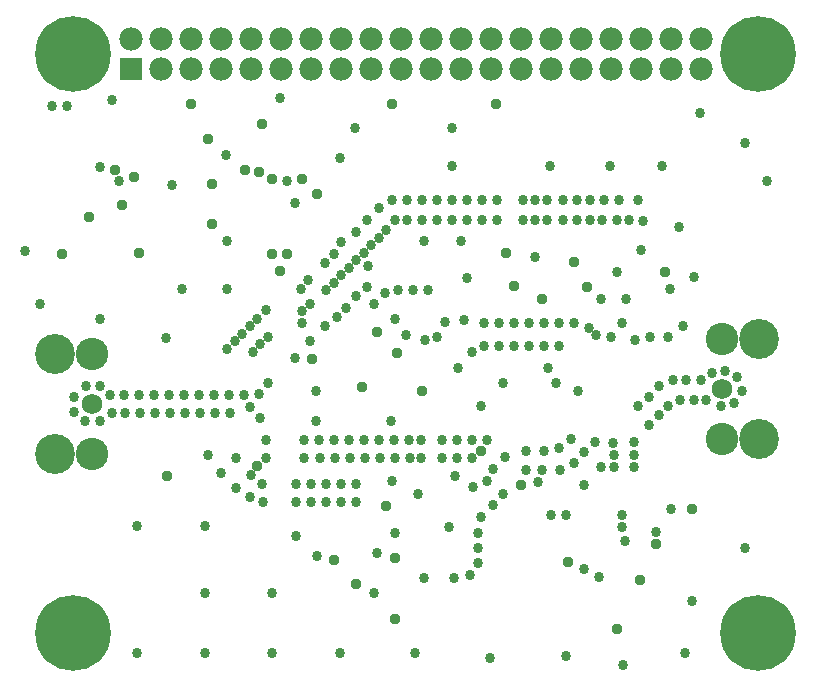
<source format=gbr>
G04 EAGLE Gerber RS-274X export*
G75*
%MOMM*%
%FSLAX34Y34*%
%LPD*%
%INSoldermask Bottom*%
%IPPOS*%
%AMOC8*
5,1,8,0,0,1.08239X$1,22.5*%
G01*
%ADD10R,1.981200X1.981200*%
%ADD11C,1.981200*%
%ADD12C,6.403200*%
%ADD13C,1.727200*%
%ADD14C,2.743200*%
%ADD15C,3.378200*%
%ADD16C,0.859600*%
%ADD17C,0.959600*%


D10*
X121800Y525000D03*
D11*
X121800Y550400D03*
X147200Y525000D03*
X147200Y550400D03*
X172600Y525000D03*
X172600Y550400D03*
X198000Y525000D03*
X198000Y550400D03*
X223400Y525000D03*
X223400Y550400D03*
X248800Y525000D03*
X248800Y550400D03*
X274200Y525000D03*
X274200Y550400D03*
X299600Y525000D03*
X299600Y550400D03*
X325000Y525000D03*
X325000Y550400D03*
X350400Y525000D03*
X350400Y550400D03*
X375800Y525000D03*
X375800Y550400D03*
X401200Y525000D03*
X401200Y550400D03*
X426600Y525000D03*
X426600Y550400D03*
X452000Y525000D03*
X452000Y550400D03*
X477400Y525000D03*
X477400Y550400D03*
X502800Y525000D03*
X502800Y550400D03*
X528200Y525000D03*
X528200Y550400D03*
X553600Y525000D03*
X553600Y550400D03*
X579000Y525000D03*
X579000Y550400D03*
X604400Y525000D03*
X604400Y550400D03*
D12*
X73100Y47700D03*
X653100Y47700D03*
X653100Y537700D03*
X73100Y537700D03*
D13*
X622300Y254000D03*
D14*
X622300Y211455D03*
X622300Y296545D03*
D15*
X653796Y211455D03*
X653796Y296545D03*
D13*
X88900Y241300D03*
D14*
X88900Y283845D03*
X88900Y198755D03*
D15*
X57404Y283845D03*
X57404Y198755D03*
D16*
X267970Y210820D03*
X267970Y195580D03*
X281940Y195580D03*
X294640Y195580D03*
X307340Y195580D03*
X320040Y195580D03*
X332740Y195580D03*
X345440Y195580D03*
X358140Y195580D03*
X236220Y195580D03*
X210820Y195580D03*
X236220Y210820D03*
X186690Y198120D03*
X198120Y182880D03*
X210820Y170180D03*
X223520Y181610D03*
X222250Y162560D03*
X232410Y173990D03*
X233680Y158750D03*
X261620Y158750D03*
X261620Y173990D03*
X274320Y158750D03*
X274320Y173990D03*
X287020Y173990D03*
X299720Y173990D03*
X312420Y173990D03*
X287020Y158750D03*
X299720Y158750D03*
X312420Y158750D03*
X364490Y165100D03*
X342900Y176530D03*
X330200Y115570D03*
X345440Y132080D03*
X391160Y137160D03*
X369570Y93980D03*
X394970Y93980D03*
X327660Y81280D03*
X279400Y113030D03*
X261620Y129540D03*
X280670Y210820D03*
X293370Y210820D03*
X306070Y210820D03*
X318770Y210820D03*
X331470Y210820D03*
X344170Y210820D03*
X356870Y210820D03*
X367030Y210820D03*
X367030Y195580D03*
X384810Y195580D03*
X384810Y210820D03*
X397510Y195580D03*
X410210Y195580D03*
X397510Y210820D03*
X410210Y210820D03*
X422910Y210820D03*
X427990Y186690D03*
X438150Y196850D03*
X411480Y171450D03*
X396240Y180340D03*
X417830Y146050D03*
X427990Y156210D03*
X436880Y165100D03*
X422910Y176530D03*
X455930Y185420D03*
X455930Y201930D03*
X471170Y201930D03*
X483870Y204470D03*
X494030Y212090D03*
X469900Y185420D03*
X485140Y185420D03*
X496570Y191770D03*
X505460Y200660D03*
X514350Y209550D03*
X505460Y172720D03*
X477520Y147320D03*
X490220Y147320D03*
X466090Y175260D03*
X519430Y187960D03*
X530860Y187960D03*
X547370Y187960D03*
X547370Y198120D03*
X530860Y198120D03*
X529590Y208280D03*
X547370Y209550D03*
X537210Y147320D03*
X537210Y137160D03*
X539750Y125730D03*
X505460Y101600D03*
X518160Y95250D03*
X566420Y133350D03*
X579120Y152400D03*
X608330Y245110D03*
X604520Y261620D03*
X591820Y261620D03*
X580390Y261620D03*
X568960Y256540D03*
X560070Y247650D03*
X551180Y240030D03*
X560070Y223520D03*
X568960Y232410D03*
X576580Y240030D03*
X586740Y245110D03*
X598170Y245110D03*
X621030Y240030D03*
X632460Y242570D03*
X638810Y252730D03*
X635000Y264160D03*
X624840Y269240D03*
X613410Y267970D03*
X548640Y295910D03*
X528320Y298450D03*
X537210Y309880D03*
X561340Y298450D03*
X576580Y298450D03*
X589280Y307340D03*
X577850Y339090D03*
X598170Y349250D03*
X585470Y391160D03*
X554990Y396240D03*
X553720Y372110D03*
X541020Y330200D03*
X519430Y330200D03*
X533400Y353060D03*
X463550Y365760D03*
X543560Y397510D03*
X533400Y397510D03*
X520700Y397510D03*
X499110Y397510D03*
X510540Y397510D03*
X487680Y397510D03*
X473710Y397510D03*
X453390Y397510D03*
X551180Y414020D03*
X534670Y414020D03*
X521970Y414020D03*
X510540Y414020D03*
X499110Y414020D03*
X487680Y414020D03*
X473710Y414020D03*
X463550Y397510D03*
X463550Y414020D03*
X453390Y414020D03*
X431800Y397510D03*
X431800Y414020D03*
X419100Y414020D03*
X419100Y397510D03*
X406400Y414020D03*
X393700Y414020D03*
X381000Y414020D03*
X368300Y414020D03*
X355600Y414020D03*
X342900Y414020D03*
X406400Y397510D03*
X393700Y397510D03*
X381000Y397510D03*
X368300Y397510D03*
X355600Y397510D03*
X345440Y397510D03*
X337820Y388620D03*
X331470Y407670D03*
X321310Y397510D03*
X312420Y387350D03*
X299720Y378460D03*
X293370Y368300D03*
X285750Y360680D03*
X271780Y346710D03*
X331470Y382270D03*
X325120Y375920D03*
X318770Y369570D03*
X312420Y363220D03*
X306070Y356870D03*
X299720Y350520D03*
X293370Y344170D03*
X287020Y337820D03*
X273050Y326390D03*
X265430Y339090D03*
X266700Y320040D03*
X237490Y298450D03*
X236220Y321310D03*
X228600Y313690D03*
X222250Y307340D03*
X215900Y300990D03*
X209550Y294640D03*
X203200Y288290D03*
X231140Y292100D03*
X224790Y285750D03*
X336550Y335280D03*
X347980Y337820D03*
X360680Y337820D03*
X373380Y337820D03*
X403860Y312420D03*
X387350Y311150D03*
X381000Y298450D03*
X370840Y295910D03*
X354330Y299720D03*
X345440Y313690D03*
X327660Y326390D03*
X369570Y379730D03*
X322580Y358140D03*
X401320Y379730D03*
X321310Y340360D03*
X312420Y332740D03*
X303530Y322580D03*
X295910Y314960D03*
X285750Y307340D03*
X266700Y309880D03*
X273050Y294640D03*
X260350Y280670D03*
X237490Y259080D03*
X229870Y250190D03*
X217170Y248920D03*
X204470Y248920D03*
X191770Y248920D03*
X179070Y248920D03*
X166370Y248920D03*
X153670Y248920D03*
X140970Y248920D03*
X128270Y248920D03*
X115570Y248920D03*
X104140Y248920D03*
X95250Y256540D03*
X83820Y256540D03*
X73660Y247650D03*
X73660Y234950D03*
X82550Y227330D03*
X95250Y227330D03*
X105410Y233680D03*
X116840Y233680D03*
X129540Y233680D03*
X142240Y233680D03*
X154940Y233680D03*
X167640Y233680D03*
X180340Y233680D03*
X193040Y233680D03*
X205740Y233680D03*
X222250Y238760D03*
X231140Y229870D03*
X515620Y299720D03*
X509270Y306070D03*
X496570Y309880D03*
X483870Y309880D03*
X471170Y309880D03*
X458470Y309880D03*
X445770Y309880D03*
X433070Y309880D03*
X420370Y309880D03*
X483870Y290830D03*
X471170Y290830D03*
X458470Y290830D03*
X445770Y290830D03*
X433070Y290830D03*
X420370Y290830D03*
X410210Y285750D03*
X398780Y271780D03*
X415290Y132080D03*
X415290Y119380D03*
X415290Y106680D03*
X408940Y96520D03*
X127000Y138430D03*
X184150Y138430D03*
X127000Y30480D03*
X184150Y30480D03*
X241300Y30480D03*
X298450Y30480D03*
X361950Y30480D03*
X425450Y26670D03*
X490220Y27940D03*
X538480Y20320D03*
X590550Y30480D03*
X596900Y74930D03*
X641350Y119380D03*
X476250Y443230D03*
X527050Y443230D03*
X571500Y443230D03*
X603250Y487680D03*
X641350Y462280D03*
X660400Y430530D03*
X203200Y339090D03*
X165100Y339090D03*
X31750Y370840D03*
X44450Y326390D03*
X95250Y313690D03*
X156210Y426720D03*
X95250Y441960D03*
X201930Y452120D03*
X393700Y443230D03*
X393700Y474980D03*
X311150Y474980D03*
X298450Y449580D03*
X247650Y500380D03*
X260350Y411480D03*
X254000Y430530D03*
X203200Y379730D03*
X500380Y252730D03*
X481330Y259080D03*
X474980Y271780D03*
X436880Y259080D03*
X417830Y240030D03*
X341630Y227330D03*
X278130Y227330D03*
X278130Y252730D03*
X241300Y81280D03*
X184150Y81280D03*
X406400Y347980D03*
X111760Y430530D03*
X151130Y297180D03*
X105410Y499110D03*
X54610Y494030D03*
X67310Y494030D03*
D17*
X337590Y155090D03*
X566420Y123190D03*
X491490Y107950D03*
X345764Y111436D03*
X345440Y59690D03*
X346710Y284558D03*
X330200Y302260D03*
X496570Y361950D03*
X574040Y353060D03*
X172720Y495300D03*
X232410Y478790D03*
X190500Y427284D03*
X190500Y393700D03*
X86492Y399918D03*
X114300Y410210D03*
X228600Y189230D03*
X152255Y180485D03*
X107950Y439420D03*
X218440Y439420D03*
X430530Y495300D03*
X342900Y495300D03*
X124460Y433352D03*
X229870Y438150D03*
X452060Y172660D03*
X417830Y201930D03*
X508000Y340896D03*
X469900Y330200D03*
X439420Y369570D03*
X266700Y431800D03*
X445770Y341630D03*
X186690Y466090D03*
X552450Y92710D03*
X596900Y152400D03*
X241300Y368300D03*
X368300Y252730D03*
X317500Y256004D03*
X279400Y419100D03*
X63500Y368300D03*
X128270Y369570D03*
X312420Y88900D03*
X293370Y109220D03*
X254000Y368300D03*
X275364Y279400D03*
X241300Y431800D03*
X247650Y354330D03*
X533400Y50800D03*
M02*

</source>
